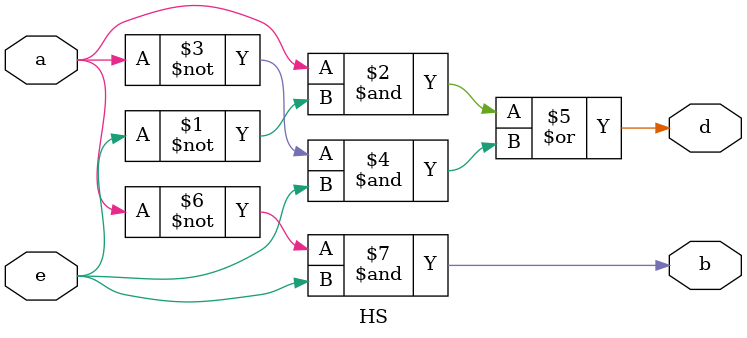
<source format=v>
`timescale 1ns / 1ps

module HS(
    input a, e,
    output d, b
    );
    
    assign d = (a & ~e) | (~a & e);
    assign b = ~a & e;
    
endmodule

</source>
